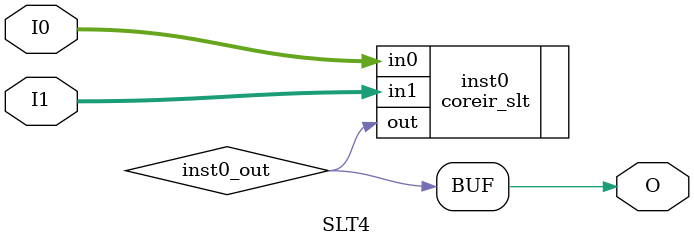
<source format=v>
module SLT4 (input [3:0] I0, input [3:0] I1, output  O);
wire  inst0_out;
coreir_slt inst0 (.in0(I0), .in1(I1), .out(inst0_out));
assign O = inst0_out;
endmodule


</source>
